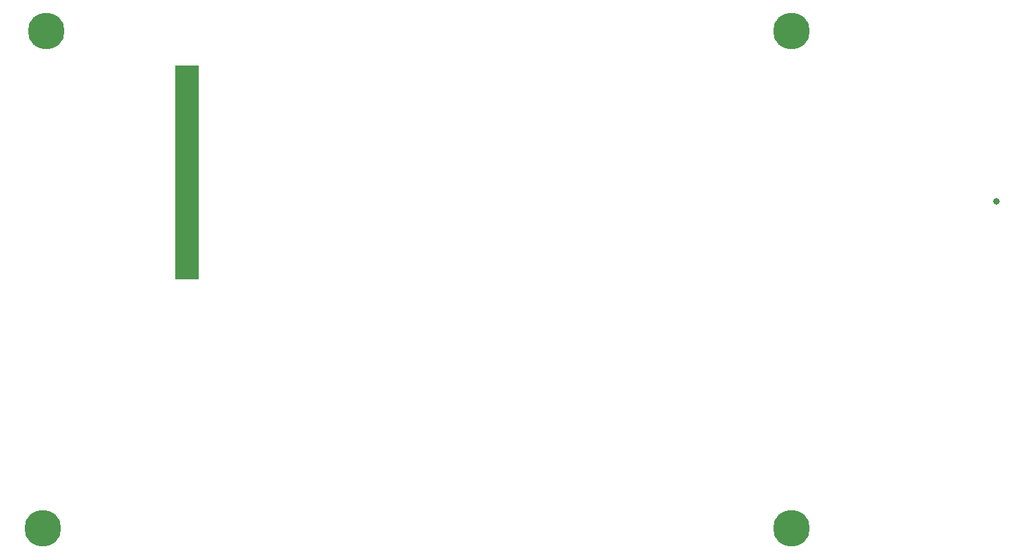
<source format=gbr>
G04 #@! TF.GenerationSoftware,KiCad,Pcbnew,(5.1.2)-2*
G04 #@! TF.CreationDate,2021-11-10T11:58:56-03:00*
G04 #@! TF.ProjectId,MAG_Plus,4d41475f-506c-4757-932e-6b696361645f,rev?*
G04 #@! TF.SameCoordinates,Original*
G04 #@! TF.FileFunction,Copper,L1,Top*
G04 #@! TF.FilePolarity,Positive*
%FSLAX46Y46*%
G04 Gerber Fmt 4.6, Leading zero omitted, Abs format (unit mm)*
G04 Created by KiCad (PCBNEW (5.1.2)-2) date 2021-11-10 11:58:56*
%MOMM*%
%LPD*%
G04 APERTURE LIST*
%ADD10R,3.000000X26.300000*%
%ADD11C,4.500000*%
%ADD12C,0.800000*%
G04 APERTURE END LIST*
D10*
X168580000Y-64160000D03*
D11*
X242800000Y-107810000D03*
X242800000Y-46810000D03*
X151300000Y-46800000D03*
X150910000Y-107820000D03*
D12*
X267940000Y-67690000D03*
M02*

</source>
